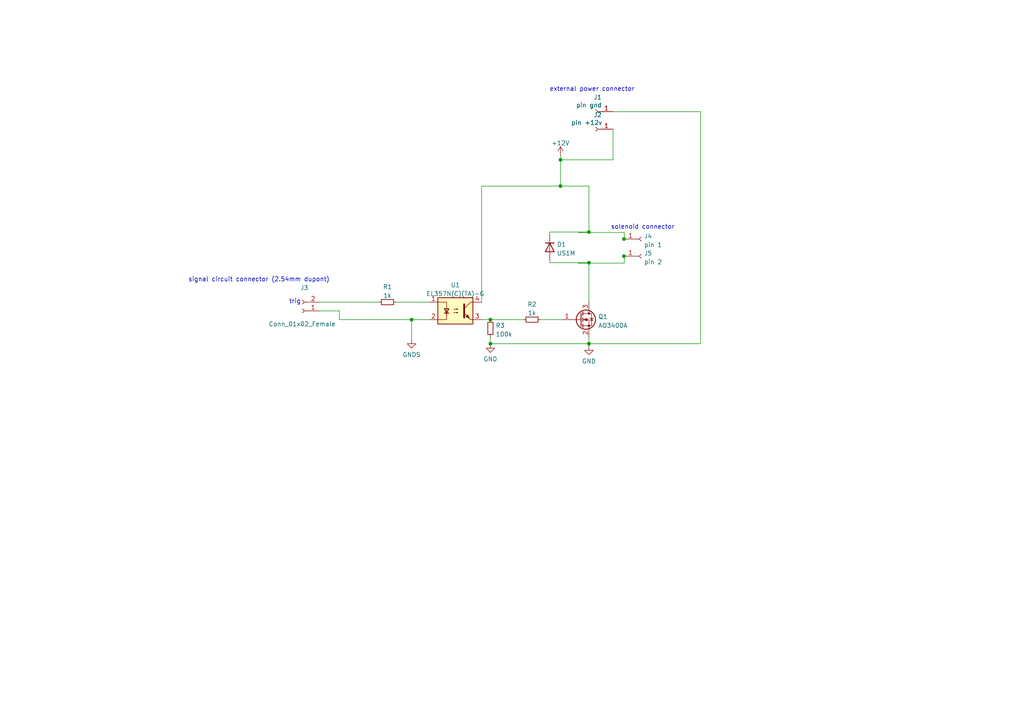
<source format=kicad_sch>
(kicad_sch (version 20211123) (generator eeschema)
  (paper "A4")
  (lib_symbols
    (symbol "Connector:Conn_01x01_Female" (pin_names (offset 1.016) hide)
      (property "Reference" "J" (at 0 2.54 0))
      (property "Value" "Conn_01x01_Female" (at 0 -2.54 0))
      (symbol "Conn_01x01_Female_1_1"
        (polyline (pts (xy -1.27 0) (xy -0.508 0)) (stroke (width 0.1524)))
        (arc (start 0 0.508) (mid -0.508 0) (end 0 -0.508) (stroke (width 0.1524)))
        (pin passive line (at -5.08 0 0) (length 3.81) (name "Pin_1") (number "1"))
      )
    )
    (symbol "Connector:Conn_01x02_Female" (pin_names (offset 1.016) hide)
      (property "Reference" "J" (at 0 2.54 0))
      (property "Value" "Conn_01x02_Female" (at 0 -5.08 0))
      (symbol "Conn_01x02_Female_1_1"
        (arc (start 0 -2.032) (mid -0.508 -2.54) (end 0 -3.048) (stroke (width 0.1524)))
        (polyline (pts (xy -1.27 -2.54) (xy -0.508 -2.54)) (stroke (width 0.1524)))
        (polyline (pts (xy -1.27 0) (xy -0.508 0)) (stroke (width 0.1524)))
        (arc (start 0 0.508) (mid -0.508 0) (end 0 -0.508) (stroke (width 0.1524)))
        (pin passive line (at -5.08 0 0) (length 3.81) (name "Pin_1") (number "1"))
        (pin passive line (at -5.08 -2.54 0) (length 3.81) (name "Pin_2") (number "2"))
      )
    )
    (symbol "Device:R_Small" (pin_numbers hide) (pin_names (offset 0.254) hide)
      (property "Reference" "R" (at 0.762 0.508 0))
      (property "Value" "R_Small" (at 0.762 -1.016 0))
      (symbol "R_Small_0_1"
        (rectangle (start -0.762 1.778) (end 0.762 -1.778) (stroke (width 0.2032)))
      )
      (symbol "R_Small_1_1"
        (pin passive line (at 0 2.54 270) (length 0.762) (name "~") (number "1"))
        (pin passive line (at 0 -2.54 90) (length 0.762) (name "~") (number "2"))
      )
    )
    (symbol "Diode:US1M" (pin_numbers hide) (pin_names (offset 1.016) hide)
      (property "Reference" "D" (at 0 2.54 0))
      (property "Value" "US1M" (at 0 -2.54 0))
      (symbol "US1M_0_1"
        (polyline (pts (xy -1.27 1.27) (xy -1.27 -1.27)) (stroke (width 0.254)))
        (polyline (pts (xy 1.27 0) (xy -1.27 0)))
        (polyline (pts (xy 1.27 1.27) (xy 1.27 -1.27) (xy -1.27 0) (xy 1.27 1.27)) (stroke (width 0.254)))
      )
      (symbol "US1M_1_1"
        (pin passive line (at -3.81 0 0) (length 2.54) (name "K") (number "1"))
        (pin passive line (at 3.81 0 180) (length 2.54) (name "A") (number "2"))
      )
    )
    (symbol "Isolator:SFH617A-1" (pin_names (offset 1.016))
      (property "Reference" "U" (at -5.08 5.08 0))
      (property "Value" "SFH617A-1" (at 0 5.08 0))
      (symbol "SFH617A-1_0_1"
        (rectangle (start -5.08 3.81) (end 5.08 -3.81) (stroke (width 0.254)) (fill (type background)))
        (polyline (pts (xy -3.175 -0.635) (xy -1.905 -0.635)) (stroke (width 0.254)))
        (polyline (pts (xy 2.54 0.635) (xy 4.445 2.54)))
        (polyline (pts (xy 4.445 -2.54) (xy 2.54 -0.635)) (fill (type outline)))
        (polyline (pts (xy 4.445 -2.54) (xy 5.08 -2.54)))
        (polyline (pts (xy 4.445 2.54) (xy 5.08 2.54)))
        (polyline (pts (xy -2.54 -0.635) (xy -2.54 -2.54) (xy -5.08 -2.54)))
        (polyline (pts (xy 2.54 1.905) (xy 2.54 -1.905) (xy 2.54 -1.905)) (stroke (width 0.508)))
        (polyline (pts (xy -5.08 2.54) (xy -2.54 2.54) (xy -2.54 -1.27) (xy -2.54 0.635)))
        (polyline (pts (xy -2.54 -0.635) (xy -3.175 0.635) (xy -1.905 0.635) (xy -2.54 -0.635)) (stroke (width 0.254)))
        (polyline (pts (xy -0.508 -0.508) (xy 0.762 -0.508) (xy 0.381 -0.635) (xy 0.381 -0.381) (xy 0.762 -0.508)))
        (polyline (pts (xy -0.508 0.508) (xy 0.762 0.508) (xy 0.381 0.381) (xy 0.381 0.635) (xy 0.762 0.508)))
        (polyline (pts (xy 3.048 -1.651) (xy 3.556 -1.143) (xy 4.064 -2.159) (xy 3.048 -1.651) (xy 3.048 -1.651)) (fill (type outline)))
      )
      (symbol "SFH617A-1_1_1"
        (pin passive line (at -7.62 2.54 0) (length 2.54) (name "~") (number "1"))
        (pin passive line (at -7.62 -2.54 0) (length 2.54) (name "~") (number "2"))
        (pin passive line (at 7.62 -2.54 180) (length 2.54) (name "~") (number "3"))
        (pin passive line (at 7.62 2.54 180) (length 2.54) (name "~") (number "4"))
      )
    )
    (symbol "Transistor_FET:AO3400A" (pin_names hide)
      (property "Reference" "Q" (at 5.08 1.905 0))
      (property "Value" "AO3400A" (at 5.08 0 0))
      (symbol "AO3400A_0_1"
        (polyline (pts (xy 0.254 0) (xy -2.54 0)))
        (polyline (pts (xy 0.254 1.905) (xy 0.254 -1.905)) (stroke (width 0.254)))
        (polyline (pts (xy 0.762 -1.27) (xy 0.762 -2.286)) (stroke (width 0.254)))
        (polyline (pts (xy 0.762 0.508) (xy 0.762 -0.508)) (stroke (width 0.254)))
        (polyline (pts (xy 0.762 2.286) (xy 0.762 1.27)) (stroke (width 0.254)))
        (polyline (pts (xy 2.54 2.54) (xy 2.54 1.778)))
        (polyline (pts (xy 2.54 -2.54) (xy 2.54 0) (xy 0.762 0)))
        (polyline (pts (xy 0.762 -1.778) (xy 3.302 -1.778) (xy 3.302 1.778) (xy 0.762 1.778)))
        (polyline (pts (xy 1.016 0) (xy 2.032 0.381) (xy 2.032 -0.381) (xy 1.016 0)) (fill (type outline)))
        (polyline (pts (xy 2.794 0.508) (xy 2.921 0.381) (xy 3.683 0.381) (xy 3.81 0.254)))
        (polyline (pts (xy 3.302 0.381) (xy 2.921 -0.254) (xy 3.683 -0.254) (xy 3.302 0.381)))
        (circle (center 1.651 0) (radius 2.794) (stroke (width 0.254)))
        (circle (center 2.54 -1.778) (radius 0.254) (fill (type outline)))
        (circle (center 2.54 1.778) (radius 0.254) (fill (type outline)))
      )
      (symbol "AO3400A_1_1"
        (pin input line (at -5.08 0 0) (length 2.54) (name "G") (number "1"))
        (pin passive line (at 2.54 -5.08 90) (length 2.54) (name "S") (number "2"))
        (pin passive line (at 2.54 5.08 270) (length 2.54) (name "D") (number "3"))
      )
    )
    (symbol "power:+12V" (power) (pin_names (offset 0))
      (property "Value" "+12V" (at 0 3.556 0))
      (symbol "+12V_0_1"
        (polyline (pts (xy -0.762 1.27) (xy 0 2.54)))
        (polyline (pts (xy 0 0) (xy 0 2.54)))
        (polyline (pts (xy 0 2.54) (xy 0.762 1.27)))
      )
      (symbol "+12V_1_1"
        (pin power_in line (at 0 0 90) (length 0) hide (name "+12V") (number "1"))
      )
    )
    (symbol "power:GND" (power) (pin_names (offset 0))
      (property "Value" "GND" (at 0 -3.81 0))
      (symbol "GND_0_1"
        (polyline (pts (xy 0 0) (xy 0 -1.27) (xy 1.27 -1.27) (xy 0 -2.54) (xy -1.27 -1.27) (xy 0 -1.27)))
      )
      (symbol "GND_1_1"
        (pin power_in line (at 0 0 270) (length 0) hide (name "GND") (number "1"))
      )
    )
    (symbol "power:GNDS" (power) (pin_names (offset 0))
      (property "Value" "GNDS" (at 0 -3.81 0))
      (symbol "GNDS_0_1"
        (polyline (pts (xy 0 0) (xy 0 -1.27) (xy 1.27 -1.27) (xy 0 -2.54) (xy -1.27 -1.27) (xy 0 -1.27)))
      )
      (symbol "GNDS_1_1"
        (pin power_in line (at 0 0 270) (length 0) hide (name "GNDS") (number "1"))
      )
    )
  )
  (junction (at 170.815 99.695))
  (junction (at 170.815 67.31))
  (junction (at 142.24 92.71))
  (junction (at 170.815 76.2))
  (junction (at 119.38 92.71))
  (junction (at 142.24 99.695))
  (junction (at 162.56 53.975))
  (junction (at 180.975 69.3315))
  (junction (at 180.975 74.295))
  (junction (at 162.56 46.355))
  (wire (pts (xy 142.24 99.695) (xy 170.815 99.695)))
  (wire (pts (xy 166.4365 67.3007) (xy 170.815 67.31)))
  (wire (pts (xy 170.815 99.695) (xy 203.2 99.695)))
  (wire (pts (xy 159.4515 67.3007) (xy 159.4515 67.9357)))
  (wire (pts (xy 166.4365 67.3007) (xy 159.4515 67.3007)))
  (wire (pts (xy 92.71 90.17) (xy 98.425 90.17)))
  (wire (pts (xy 162.56 53.975) (xy 139.7 53.975)))
  (wire (pts (xy 98.425 90.17) (xy 98.425 92.71)))
  (wire (pts (xy 119.38 92.71) (xy 119.38 98.425)))
  (wire (pts (xy 203.2 32.385) (xy 177.8 32.385)))
  (wire (pts (xy 156.845 92.71) (xy 163.195 92.71)))
  (wire (pts (xy 167.7308 76.3165) (xy 170.815 76.2)))
  (wire (pts (xy 170.815 99.695) (xy 170.815 100.33)))
  (wire (pts (xy 92.71 87.63) (xy 109.855 87.63)))
  (wire (pts (xy 203.2 32.385) (xy 203.2 99.695)))
  (wire (pts (xy 98.425 92.71) (xy 119.38 92.71)))
  (wire (pts (xy 142.24 97.79) (xy 142.24 99.695)))
  (wire (pts (xy 139.7 53.975) (xy 139.7 87.63)))
  (wire (pts (xy 170.815 53.975) (xy 162.56 53.975)))
  (wire (pts (xy 166.4365 76.1907) (xy 170.815 76.2)))
  (wire (pts (xy 167.7308 67.4265) (xy 181.0658 67.4265)))
  (wire (pts (xy 114.935 87.63) (xy 124.46 87.63)))
  (wire (pts (xy 181.0658 74.4115) (xy 181.0658 76.3165)))
  (wire (pts (xy 124.46 92.71) (xy 119.38 92.71)))
  (wire (pts (xy 162.56 45.085) (xy 162.56 46.355)))
  (wire (pts (xy 170.815 76.2) (xy 170.815 87.63)))
  (wire (pts (xy 159.4515 75.5557) (xy 159.4515 76.1907)))
  (wire (pts (xy 181.0658 67.4265) (xy 181.0658 69.3315)))
  (wire (pts (xy 170.815 67.31) (xy 170.815 53.975)))
  (wire (pts (xy 170.815 97.79) (xy 170.815 99.695)))
  (wire (pts (xy 177.8 46.355) (xy 177.8 37.465)))
  (wire (pts (xy 162.56 46.355) (xy 162.56 53.975)))
  (wire (pts (xy 142.24 92.71) (xy 151.765 92.71)))
  (wire (pts (xy 167.7308 67.4265) (xy 170.815 67.31)))
  (wire (pts (xy 162.56 46.355) (xy 177.8 46.355)))
  (wire (pts (xy 159.4515 76.1907) (xy 166.4365 76.1907)))
  (wire (pts (xy 167.7308 76.3165) (xy 181.0658 76.3165)))
  (wire (pts (xy 139.7 92.71) (xy 142.24 92.71)))
  (text "signal circuit connector (2.54mm dupont)" (at 54.61 81.915 0) (effects (font (size 1.27 1.27)) (justify left bottom)))
  (text "external power connector" (at 159.385 26.67 0) (effects (font (size 1.27 1.27)) (justify left bottom)))
  (text "solenoid connector" (at 177.165 66.675 0) (effects (font (size 1.27 1.27)) (justify left bottom)))
  (text "trig" (at 83.82 88.265 0) (effects (font (size 1.27 1.27)) (justify left bottom)))
  (symbol (lib_id "power:GND") (at 142.24 99.695 0) (unit 1)
    (property "Reference" "#PWR0103" (effects hide))
    (property "Value" "GND" (at 142.24 104.1384 0))
  )
  (symbol (lib_id "power:GNDS") (at 119.38 98.425 0) (unit 1)
    (property "Reference" "#PWR0104" (effects hide))
    (property "Value" "GNDS" (at 119.38 102.8684 0))
  )
  (symbol (lib_id "Device:R_Small") (at 154.305 92.71 270) (unit 1)
    (property "Reference" "R2" (at 154.305 88.2736 90))
    (property "Value" "1k" (at 154.305 90.8105 90))
    (property "Footprint" "Resistor_SMD:R_0805_2012Metric_Pad1.20x1.40mm_HandSolder" (effects hide))
    (property "LCSC" "C17513" (effects hide))
  )
  (symbol (lib_id "Connector:Conn_01x01_Female") (at 172.72 32.385 180) (unit 1)
    (property "Reference" "J1" (at 173.355 28.228 0))
    (property "Value" "pin gnd" (at 170.815 30.48 0))
  )
  (symbol (lib_id "power:+12V") (at 162.56 45.085 0) (unit 1)
    (property "Reference" "#PWR0101" (effects hide))
    (property "Value" "+12V" (at 162.56 41.5092 0))
  )
  (symbol (lib_id "Device:R_Small") (at 112.395 87.63 90) (unit 1)
    (property "Reference" "R1" (at 112.395 83.1936 90))
    (property "Value" "1k" (at 112.395 85.7305 90))
    (property "Footprint" "Resistor_SMD:R_0805_2012Metric_Pad1.20x1.40mm_HandSolder" (effects hide))
    (property "LCSC" "C17513" (effects hide))
  )
  (symbol (lib_id "power:GND") (at 170.815 100.33 0) (unit 1)
    (property "Reference" "#PWR0102" (effects hide))
    (property "Value" "GND" (at 170.815 104.7734 0))
  )
  (symbol (lib_id "Device:R_Small") (at 142.24 95.25 180) (unit 1)
    (property "Reference" "R3" (at 143.7386 94.4153 0) (effects (justify right)))
    (property "Value" "100k" (at 143.7386 96.9522 0) (effects (justify right)))
    (property "Footprint" "Resistor_SMD:R_0805_2012Metric_Pad1.20x1.40mm_HandSolder" (effects hide))
    (property "LCSC" "C149504" (effects hide))
  )
  (symbol (lib_id "Transistor_FET:AO3400A") (at 168.275 92.71 0) (unit 1)
    (property "Reference" "Q1" (at 173.482 91.8753 0) (effects (justify left)))
    (property "Value" "AO3400A" (at 173.482 94.4122 0) (effects (justify left)))
    (property "Footprint" "Package_TO_SOT_SMD:SOT-23" (effects hide))
    (property "LCSC" "C20917" (effects hide))
  )
  (symbol (lib_id "Connector:Conn_01x01_Female") (at 172.72 37.465 180) (unit 1)
    (property "Reference" "J2" (at 173.355 33.308 0))
    (property "Value" "pin +12v" (at 170.18 35.56 0))
  )
  (symbol (lib_id "Diode:US1M") (at 159.4515 71.7457 270) (unit 1)
    (property "Reference" "D1" (at 161.4835 70.911 90) (effects (justify left)))
    (property "Value" "US1M" (at 161.4835 73.4479 90) (effects (justify left)))
    (property "Footprint" "Diode_SMD:D_SMA" (effects hide))
    (property "Datasheet" "https://www.diodes.com/assets/Datasheets/ds16008.pdf" (effects hide))
    (property "LCSC" "C412437" (effects hide))
  )
  (symbol (lib_id "Connector:Conn_01x01_Female") (at 186.055 69.3315 0) (unit 1)
    (property "Reference" "J4" (at 186.7662 68.4968 0) (effects (justify left)))
    (property "Value" "pin 1" (at 186.7662 71.0337 0) (effects (justify left)))
  )
  (symbol (lib_id "Isolator:SFH617A-1") (at 132.08 90.17 0) (unit 1)
    (property "Reference" "U1" (at 132.08 82.6602 0))
    (property "Value" "EL357N(C)(TA)-G" (at 132.08 85.1971 0))
    (property "Footprint" "Package_SO:SOP-4_3.8x4.1mm_P2.54mm" (effects hide))
    (property "LCSC" "C29981" (effects hide))
  )
  (symbol (lib_id "Connector:Conn_01x01_Female") (at 186.055 74.295 0) (unit 1)
    (property "Reference" "J5" (at 186.7662 73.4603 0) (effects (justify left)))
    (property "Value" "pin 2" (at 186.7662 75.9972 0) (effects (justify left)))
  )
  (symbol (lib_id "Connector:Conn_01x02_Female") (at 87.63 90.17 180) (unit 1)
    (property "Reference" "J3" (at 88.265 83.473 0))
    (property "Value" "Conn_01x02_Female" (at 87.63 93.98 0))
  )
)
</source>
